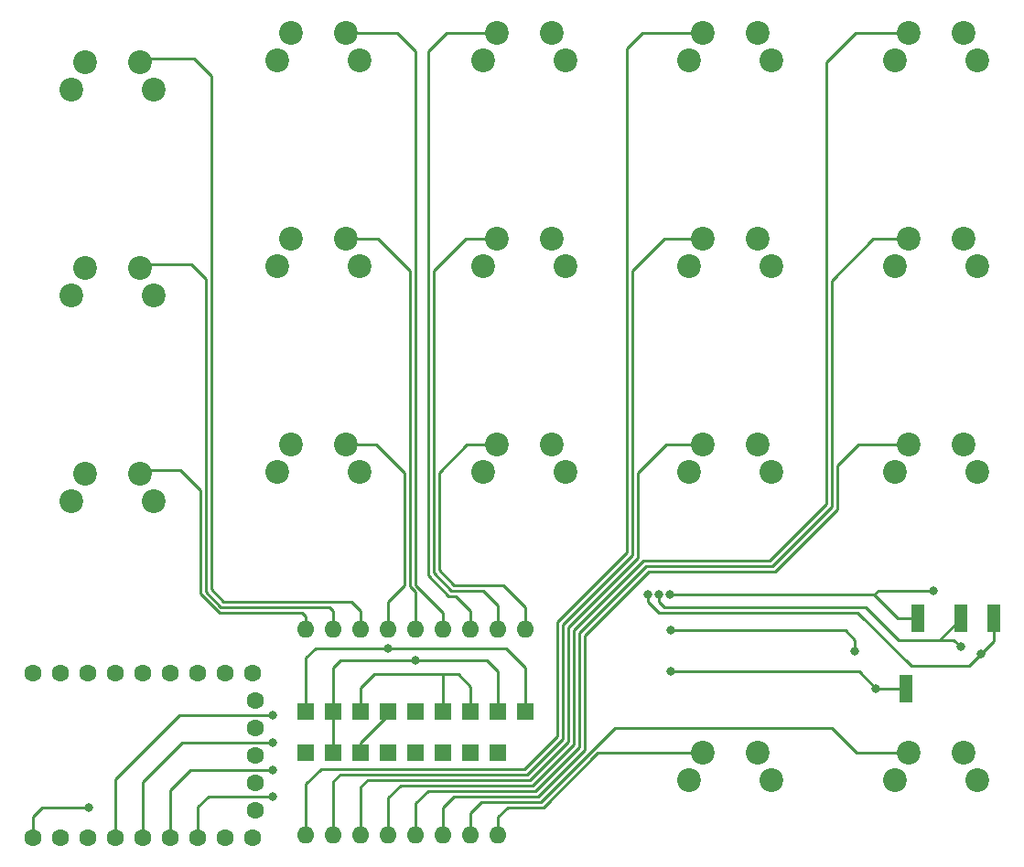
<source format=gbr>
%TF.GenerationSoftware,KiCad,Pcbnew,(6.0.9-0)*%
%TF.CreationDate,2022-12-12T21:53:38+09:00*%
%TF.ProjectId,moonkey,6d6f6f6e-6b65-4792-9e6b-696361645f70,rev?*%
%TF.SameCoordinates,Original*%
%TF.FileFunction,Copper,L2,Bot*%
%TF.FilePolarity,Positive*%
%FSLAX46Y46*%
G04 Gerber Fmt 4.6, Leading zero omitted, Abs format (unit mm)*
G04 Created by KiCad (PCBNEW (6.0.9-0)) date 2022-12-12 21:53:38*
%MOMM*%
%LPD*%
G01*
G04 APERTURE LIST*
%TA.AperFunction,ComponentPad*%
%ADD10R,1.600000X1.600000*%
%TD*%
%TA.AperFunction,ComponentPad*%
%ADD11O,1.600000X1.600000*%
%TD*%
%TA.AperFunction,ComponentPad*%
%ADD12C,2.200000*%
%TD*%
%TA.AperFunction,ComponentPad*%
%ADD13C,1.600000*%
%TD*%
%TA.AperFunction,SMDPad,CuDef*%
%ADD14R,1.200000X2.500000*%
%TD*%
%TA.AperFunction,ViaPad*%
%ADD15C,0.800000*%
%TD*%
%TA.AperFunction,Conductor*%
%ADD16C,0.250000*%
%TD*%
G04 APERTURE END LIST*
D10*
%TO.P,D16,1,K*%
%TO.N,COL2*%
X101981000Y-142494000D03*
D11*
%TO.P,D16,2,A*%
%TO.N,Net-(D16-Pad2)*%
X101981000Y-150114000D03*
%TD*%
D10*
%TO.P,D2,1,K*%
%TO.N,COL1*%
X91821000Y-138684000D03*
D11*
%TO.P,D2,2,A*%
%TO.N,Net-(D2-Pad2)*%
X91821000Y-131064000D03*
%TD*%
D10*
%TO.P,D15,1,K*%
%TO.N,COL1*%
X99441000Y-142494000D03*
D11*
%TO.P,D15,2,A*%
%TO.N,Net-(D15-Pad2)*%
X99441000Y-150114000D03*
%TD*%
D12*
%TO.P,SW15,1,1*%
%TO.N,Net-(D15-Pad2)*%
X150177500Y-94932500D03*
X145097500Y-94932500D03*
%TO.P,SW15,2,2*%
%TO.N,ROW4*%
X143827500Y-97472500D03*
X151447500Y-97472500D03*
%TD*%
D10*
%TO.P,D7,1,K*%
%TO.N,COL0*%
X104521000Y-138684000D03*
D11*
%TO.P,D7,2,A*%
%TO.N,Net-(D7-Pad2)*%
X104521000Y-131064000D03*
%TD*%
D12*
%TO.P,SW12,2,2*%
%TO.N,ROW3*%
X124777500Y-116522500D03*
X132397500Y-116522500D03*
%TO.P,SW12,1,1*%
%TO.N,Net-(D12-Pad2)*%
X131127500Y-113982500D03*
X126047500Y-113982500D03*
%TD*%
D13*
%TO.P,RZ1,1,GP0*%
%TO.N,ROW0*%
X64058750Y-135160000D03*
%TO.P,RZ1,2,GP1*%
%TO.N,ROW1*%
X66598750Y-135160000D03*
%TO.P,RZ1,3,GP2*%
%TO.N,ROW2*%
X69138750Y-135160000D03*
%TO.P,RZ1,4,GP3*%
%TO.N,SPI0_TX*%
X71678750Y-135160000D03*
%TO.P,RZ1,5,GP4*%
%TO.N,SPI0_RX*%
X74218750Y-135160000D03*
%TO.P,RZ1,6,GP5*%
%TO.N,unconnected-(RZ1-Pad6)*%
X76758750Y-135160000D03*
%TO.P,RZ1,7,GP6*%
%TO.N,unconnected-(RZ1-Pad7)*%
X79298750Y-135160000D03*
%TO.P,RZ1,8,GP7*%
%TO.N,unconnected-(RZ1-Pad8)*%
X81838750Y-135160000D03*
%TO.P,RZ1,9,GP8*%
%TO.N,unconnected-(RZ1-Pad9)*%
X84378750Y-135160000D03*
%TO.P,RZ1,10,GP9*%
%TO.N,unconnected-(RZ1-Pad10)*%
X84588750Y-137700000D03*
%TO.P,RZ1,11,GP10*%
%TO.N,unconnected-(RZ1-Pad11)*%
X84588750Y-140240000D03*
%TO.P,RZ1,12,GP11*%
%TO.N,unconnected-(RZ1-Pad12)*%
X84588750Y-142780000D03*
%TO.P,RZ1,13,GP12*%
%TO.N,unconnected-(RZ1-Pad13)*%
X84588750Y-145320000D03*
%TO.P,RZ1,14,GP13*%
%TO.N,unconnected-(RZ1-Pad14)*%
X84588750Y-147860000D03*
%TO.P,RZ1,15,GP14*%
%TO.N,unconnected-(RZ1-Pad15)*%
X84378750Y-150400000D03*
%TO.P,RZ1,16,GP15*%
%TO.N,unconnected-(RZ1-Pad16)*%
X81838750Y-150400000D03*
%TO.P,RZ1,17,GP26*%
%TO.N,COL3*%
X79298750Y-150400000D03*
%TO.P,RZ1,18,GP27*%
%TO.N,COL2*%
X76758750Y-150400000D03*
%TO.P,RZ1,19,GP28*%
%TO.N,COL1*%
X74218750Y-150400000D03*
%TO.P,RZ1,20,GP29*%
%TO.N,COL0*%
X71678750Y-150400000D03*
%TO.P,RZ1,21,3V3*%
%TO.N,unconnected-(RZ1-Pad21)*%
X69138750Y-150400000D03*
%TO.P,RZ1,22,5V*%
%TO.N,+5V*%
X64058750Y-150400000D03*
%TO.P,RZ1,23,GND*%
%TO.N,Earth*%
X66598750Y-150400000D03*
%TD*%
D12*
%TO.P,SW4,1,1*%
%TO.N,Net-(D4-Pad2)*%
X87947500Y-75882500D03*
X93027500Y-75882500D03*
%TO.P,SW4,2,2*%
%TO.N,ROW1*%
X86677500Y-78422500D03*
X94297500Y-78422500D03*
%TD*%
%TO.P,SW13,1,1*%
%TO.N,Net-(D13-Pad2)*%
X131127500Y-142557500D03*
X126047500Y-142557500D03*
%TO.P,SW13,2,2*%
%TO.N,ROW3*%
X132397500Y-145097500D03*
X124777500Y-145097500D03*
%TD*%
D10*
%TO.P,D12,1,K*%
%TO.N,COL2*%
X94361000Y-142494000D03*
D11*
%TO.P,D12,2,A*%
%TO.N,Net-(D12-Pad2)*%
X94361000Y-150114000D03*
%TD*%
D10*
%TO.P,D5,1,K*%
%TO.N,COL1*%
X99441000Y-138684000D03*
D11*
%TO.P,D5,2,A*%
%TO.N,Net-(D5-Pad2)*%
X99441000Y-131064000D03*
%TD*%
D10*
%TO.P,D3,1,K*%
%TO.N,COL2*%
X89281000Y-138684000D03*
D11*
%TO.P,D3,2,A*%
%TO.N,Net-(D3-Pad2)*%
X89281000Y-131064000D03*
%TD*%
D12*
%TO.P,SW11,1,1*%
%TO.N,Net-(D11-Pad2)*%
X126047500Y-94932500D03*
X131127500Y-94932500D03*
%TO.P,SW11,2,2*%
%TO.N,ROW3*%
X124777500Y-97472500D03*
X132397500Y-97472500D03*
%TD*%
%TO.P,SW9,1,1*%
%TO.N,Net-(D9-Pad2)*%
X106997500Y-113982500D03*
X112077500Y-113982500D03*
%TO.P,SW9,2,2*%
%TO.N,ROW2*%
X105727500Y-116522500D03*
X113347500Y-116522500D03*
%TD*%
D10*
%TO.P,D8,1,K*%
%TO.N,COL1*%
X107061000Y-138684000D03*
D11*
%TO.P,D8,2,A*%
%TO.N,Net-(D8-Pad2)*%
X107061000Y-131064000D03*
%TD*%
D10*
%TO.P,D9,1,K*%
%TO.N,COL2*%
X109601000Y-138684000D03*
D11*
%TO.P,D9,2,A*%
%TO.N,Net-(D9-Pad2)*%
X109601000Y-131064000D03*
%TD*%
D12*
%TO.P,SW7,1,1*%
%TO.N,Net-(D7-Pad2)*%
X106997500Y-75882500D03*
X112077500Y-75882500D03*
%TO.P,SW7,2,2*%
%TO.N,ROW2*%
X113347500Y-78422500D03*
X105727500Y-78422500D03*
%TD*%
D10*
%TO.P,D1,1,K*%
%TO.N,COL0*%
X94361000Y-138684000D03*
D11*
%TO.P,D1,2,A*%
%TO.N,Net-(D1-Pad2)*%
X94361000Y-131064000D03*
%TD*%
D12*
%TO.P,SW5,1,1*%
%TO.N,Net-(D5-Pad2)*%
X87947500Y-94932500D03*
X93027500Y-94932500D03*
%TO.P,SW5,2,2*%
%TO.N,ROW1*%
X94297500Y-97472500D03*
X86677500Y-97472500D03*
%TD*%
%TO.P,SW3,2,2*%
%TO.N,ROW0*%
X67627500Y-119221250D03*
X75247500Y-119221250D03*
%TO.P,SW3,1,1*%
%TO.N,Net-(D3-Pad2)*%
X68897500Y-116681250D03*
X73977500Y-116681250D03*
%TD*%
D10*
%TO.P,D17,1,K*%
%TO.N,COL3*%
X104521000Y-142494000D03*
D11*
%TO.P,D17,2,A*%
%TO.N,Net-(D17-Pad2)*%
X104521000Y-150114000D03*
%TD*%
D10*
%TO.P,D4,1,K*%
%TO.N,COL0*%
X101981000Y-138684000D03*
D11*
%TO.P,D4,2,A*%
%TO.N,Net-(D4-Pad2)*%
X101981000Y-131064000D03*
%TD*%
D12*
%TO.P,SW6,1,1*%
%TO.N,Net-(D6-Pad2)*%
X93027500Y-113982500D03*
X87947500Y-113982500D03*
%TO.P,SW6,2,2*%
%TO.N,ROW1*%
X86677500Y-116522500D03*
X94297500Y-116522500D03*
%TD*%
D10*
%TO.P,D6,1,K*%
%TO.N,COL2*%
X96901000Y-138684000D03*
D11*
%TO.P,D6,2,A*%
%TO.N,Net-(D6-Pad2)*%
X96901000Y-131064000D03*
%TD*%
D12*
%TO.P,SW8,1,1*%
%TO.N,Net-(D8-Pad2)*%
X106997500Y-94932500D03*
X112077500Y-94932500D03*
%TO.P,SW8,2,2*%
%TO.N,ROW2*%
X105727500Y-97472500D03*
X113347500Y-97472500D03*
%TD*%
%TO.P,SW10,1,1*%
%TO.N,Net-(D10-Pad2)*%
X126047500Y-75882500D03*
X131127500Y-75882500D03*
%TO.P,SW10,2,2*%
%TO.N,ROW3*%
X124777500Y-78422500D03*
X132397500Y-78422500D03*
%TD*%
%TO.P,SW14,1,1*%
%TO.N,Net-(D14-Pad2)*%
X145097500Y-75882500D03*
X150177500Y-75882500D03*
%TO.P,SW14,2,2*%
%TO.N,ROW4*%
X151447500Y-78422500D03*
X143827500Y-78422500D03*
%TD*%
%TO.P,SW2,2,2*%
%TO.N,ROW0*%
X75247500Y-100171250D03*
X67627500Y-100171250D03*
%TO.P,SW2,1,1*%
%TO.N,Net-(D2-Pad2)*%
X68897500Y-97631250D03*
X73977500Y-97631250D03*
%TD*%
D10*
%TO.P,D14,1,K*%
%TO.N,COL0*%
X96901000Y-142494000D03*
D11*
%TO.P,D14,2,A*%
%TO.N,Net-(D14-Pad2)*%
X96901000Y-150114000D03*
%TD*%
D12*
%TO.P,SW1,2,2*%
%TO.N,ROW0*%
X67627500Y-81121250D03*
X75247500Y-81121250D03*
%TO.P,SW1,1,1*%
%TO.N,Net-(D1-Pad2)*%
X68897500Y-78581250D03*
X73977500Y-78581250D03*
%TD*%
D10*
%TO.P,D10,1,K*%
%TO.N,COL0*%
X89281000Y-142494000D03*
D11*
%TO.P,D10,2,A*%
%TO.N,Net-(D10-Pad2)*%
X89281000Y-150114000D03*
%TD*%
D10*
%TO.P,D11,1,K*%
%TO.N,COL1*%
X91821000Y-142494000D03*
D11*
%TO.P,D11,2,A*%
%TO.N,Net-(D11-Pad2)*%
X91821000Y-150114000D03*
%TD*%
D12*
%TO.P,SW17,1,1*%
%TO.N,Net-(D17-Pad2)*%
X145097500Y-142557500D03*
X150177500Y-142557500D03*
%TO.P,SW17,2,2*%
%TO.N,ROW4*%
X151447500Y-145097500D03*
X143827500Y-145097500D03*
%TD*%
%TO.P,SW16,1,1*%
%TO.N,Net-(D16-Pad2)*%
X150177500Y-113982500D03*
X145097500Y-113982500D03*
%TO.P,SW16,2,2*%
%TO.N,ROW4*%
X151447500Y-116522500D03*
X143827500Y-116522500D03*
%TD*%
D10*
%TO.P,D13,1,K*%
%TO.N,COL3*%
X107061000Y-142494000D03*
D11*
%TO.P,D13,2,A*%
%TO.N,Net-(D13-Pad2)*%
X107061000Y-150114000D03*
%TD*%
D14*
%TO.P,J1,R1*%
%TO.N,SPI0_TX*%
X149908000Y-130100000D03*
%TO.P,J1,R2*%
%TO.N,SPI0_RX*%
X152908000Y-130100000D03*
%TO.P,J1,S*%
%TO.N,+5V*%
X144808000Y-136600000D03*
%TO.P,J1,T*%
%TO.N,Earth*%
X145908000Y-130100000D03*
%TD*%
D15*
%TO.N,COL0*%
X86233000Y-139065000D03*
%TO.N,COL1*%
X86233000Y-141605000D03*
X99441000Y-133985000D03*
%TO.N,COL2*%
X86233000Y-144145000D03*
X96901000Y-132842000D03*
%TO.N,COL3*%
X86233000Y-146558000D03*
%TO.N,SPI0_TX*%
X121936497Y-127889000D03*
X149860000Y-132715000D03*
%TO.N,SPI0_RX*%
X120936994Y-127889000D03*
X151765000Y-133350000D03*
%TO.N,+5V*%
X142061000Y-136600000D03*
X69215000Y-147574000D03*
X123063000Y-135001000D03*
%TO.N,Earth*%
X122936000Y-127889000D03*
X147320000Y-127508000D03*
%TO.N,ROW4*%
X140081000Y-133096000D03*
X123089000Y-131217000D03*
%TD*%
D16*
%TO.N,ROW4*%
X123089000Y-131217000D02*
X139218000Y-131217000D01*
X139218000Y-131217000D02*
X140081000Y-132080000D01*
%TO.N,COL0*%
X94361000Y-136525000D02*
X95631000Y-135255000D01*
X94361000Y-138684000D02*
X94361000Y-136525000D01*
X95631000Y-135255000D02*
X101981000Y-135255000D01*
X86233000Y-139065000D02*
X77597000Y-139065000D01*
X103378000Y-135255000D02*
X104521000Y-136398000D01*
X101981000Y-138684000D02*
X101981000Y-135255000D01*
X77597000Y-139065000D02*
X71678750Y-144983250D01*
X101981000Y-135255000D02*
X103378000Y-135255000D01*
X104521000Y-136398000D02*
X104521000Y-138684000D01*
X71678750Y-144983250D02*
X71678750Y-150400000D01*
%TO.N,Net-(D1-Pad2)*%
X80518000Y-127381000D02*
X80518000Y-79851250D01*
X78930500Y-78263750D02*
X80518000Y-79851250D01*
X93472000Y-128524000D02*
X94361000Y-129413000D01*
X73977500Y-78263750D02*
X78930500Y-78263750D01*
X81661000Y-128524000D02*
X93472000Y-128524000D01*
X94361000Y-129413000D02*
X94361000Y-131064000D01*
X81661000Y-128524000D02*
X80518000Y-127381000D01*
%TO.N,COL1*%
X91821000Y-138684000D02*
X91821000Y-134620000D01*
X91821000Y-134620000D02*
X92456000Y-133985000D01*
X77851000Y-141605000D02*
X74218750Y-145237250D01*
X107061000Y-135001000D02*
X107061000Y-138684000D01*
X74218750Y-145237250D02*
X74218750Y-150400000D01*
X106045000Y-133985000D02*
X107061000Y-135001000D01*
X86233000Y-141605000D02*
X77851000Y-141605000D01*
X92456000Y-133985000D02*
X106045000Y-133985000D01*
X91821000Y-138684000D02*
X91821000Y-142494000D01*
%TO.N,Net-(D2-Pad2)*%
X91821000Y-129413000D02*
X91440000Y-129032000D01*
X80010000Y-127633604D02*
X80010000Y-98647250D01*
X81408396Y-129032000D02*
X80010000Y-127633604D01*
X91440000Y-129032000D02*
X81408396Y-129032000D01*
X78676500Y-97313750D02*
X73977500Y-97313750D01*
X80010000Y-98647250D02*
X78676500Y-97313750D01*
X91821000Y-131064000D02*
X91821000Y-129413000D01*
%TO.N,COL2*%
X89281000Y-138684000D02*
X89281000Y-133731000D01*
X90170000Y-132842000D02*
X107823000Y-132842000D01*
X78613000Y-144145000D02*
X76758750Y-145999250D01*
X96901000Y-139065000D02*
X94361000Y-141605000D01*
X109601000Y-134620000D02*
X109601000Y-138684000D01*
X94361000Y-141605000D02*
X94361000Y-142494000D01*
X96901000Y-138684000D02*
X96901000Y-139065000D01*
X107823000Y-132842000D02*
X109601000Y-134620000D01*
X89281000Y-133731000D02*
X90170000Y-132842000D01*
X76758750Y-145999250D02*
X76758750Y-150400000D01*
X86233000Y-144145000D02*
X78613000Y-144145000D01*
%TO.N,Net-(D3-Pad2)*%
X79502000Y-127762000D02*
X81280000Y-129540000D01*
X88900000Y-129540000D02*
X89281000Y-129921000D01*
X81280000Y-129540000D02*
X88900000Y-129540000D01*
X89281000Y-129921000D02*
X89281000Y-131064000D01*
X77660500Y-116363750D02*
X79502000Y-118205250D01*
X79502000Y-118205250D02*
X79502000Y-127762000D01*
X73977500Y-116363750D02*
X77660500Y-116363750D01*
%TO.N,Net-(D4-Pad2)*%
X99441000Y-77597000D02*
X99441000Y-127000000D01*
X99441000Y-127000000D02*
X101981000Y-129540000D01*
X93027500Y-75882500D02*
X97726500Y-75882500D01*
X101981000Y-129540000D02*
X101981000Y-131064000D01*
X97726500Y-75882500D02*
X99441000Y-77597000D01*
%TO.N,Net-(D5-Pad2)*%
X93027500Y-94932500D02*
X95948500Y-94932500D01*
X98933000Y-97917000D02*
X98933000Y-127128396D01*
X99441000Y-127636396D02*
X99441000Y-131064000D01*
X98933000Y-127128396D02*
X99441000Y-127636396D01*
X95948500Y-94932500D02*
X98933000Y-97917000D01*
%TO.N,Net-(D6-Pad2)*%
X95821500Y-113982500D02*
X98425000Y-116586000D01*
X98425000Y-116586000D02*
X98425000Y-127000000D01*
X98425000Y-127000000D02*
X96901000Y-128524000D01*
X96901000Y-128524000D02*
X96901000Y-131064000D01*
X93027500Y-113982500D02*
X95821500Y-113982500D01*
%TO.N,Net-(D7-Pad2)*%
X102298500Y-75882500D02*
X100584000Y-77597000D01*
X102489000Y-128016000D02*
X103124000Y-128016000D01*
X100584000Y-126111000D02*
X102489000Y-128016000D01*
X100584000Y-77597000D02*
X100584000Y-126111000D01*
X106997500Y-75882500D02*
X102298500Y-75882500D01*
X104521000Y-129413000D02*
X104521000Y-131064000D01*
X103124000Y-128016000D02*
X104521000Y-129413000D01*
%TO.N,Net-(D8-Pad2)*%
X102743000Y-127508000D02*
X105664000Y-127508000D01*
X105664000Y-127508000D02*
X107061000Y-128905000D01*
X107061000Y-128905000D02*
X107061000Y-131064000D01*
X104076500Y-94932500D02*
X101092000Y-97917000D01*
X101092000Y-97917000D02*
X101092000Y-125857000D01*
X106997500Y-94932500D02*
X104076500Y-94932500D01*
X101092000Y-125857000D02*
X102743000Y-127508000D01*
%TO.N,Net-(D9-Pad2)*%
X104203500Y-113982500D02*
X101600000Y-116586000D01*
X106997500Y-113982500D02*
X104203500Y-113982500D01*
X101600000Y-116586000D02*
X101600000Y-125603000D01*
X109601000Y-129032000D02*
X109601000Y-131064000D01*
X107569000Y-127000000D02*
X109601000Y-129032000D01*
X102997000Y-127000000D02*
X107569000Y-127000000D01*
X101600000Y-125603000D02*
X102997000Y-127000000D01*
%TO.N,Net-(D10-Pad2)*%
X118999000Y-123952000D02*
X112522000Y-130429000D01*
X120459500Y-75882500D02*
X118999000Y-77343000D01*
X112522000Y-130429000D02*
X112522000Y-140970000D01*
X109474000Y-144018000D02*
X90678000Y-144018000D01*
X112522000Y-140970000D02*
X109474000Y-144018000D01*
X118999000Y-77343000D02*
X118999000Y-123952000D01*
X90678000Y-144018000D02*
X89281000Y-145415000D01*
X126047500Y-75882500D02*
X120459500Y-75882500D01*
X89281000Y-145415000D02*
X89281000Y-150114000D01*
%TO.N,Net-(D11-Pad2)*%
X126047500Y-94932500D02*
X122491500Y-94932500D01*
X122491500Y-94932500D02*
X119507000Y-97917000D01*
X119507000Y-97917000D02*
X119507000Y-124206000D01*
X109728000Y-144526000D02*
X92456000Y-144526000D01*
X113030000Y-130683000D02*
X113030000Y-141224000D01*
X92456000Y-144526000D02*
X91821000Y-145161000D01*
X91821000Y-145161000D02*
X91821000Y-150114000D01*
X119507000Y-124206000D02*
X113030000Y-130683000D01*
X113030000Y-141224000D02*
X109728000Y-144526000D01*
%TO.N,Net-(D12-Pad2)*%
X120015000Y-116586000D02*
X120015000Y-124460000D01*
X120015000Y-124460000D02*
X113538000Y-130937000D01*
X122618500Y-113982500D02*
X120015000Y-116586000D01*
X94996000Y-145034000D02*
X94361000Y-145669000D01*
X126047500Y-113982500D02*
X122618500Y-113982500D01*
X113538000Y-141478000D02*
X109982000Y-145034000D01*
X113538000Y-130937000D02*
X113538000Y-141478000D01*
X94361000Y-145669000D02*
X94361000Y-150114000D01*
X109982000Y-145034000D02*
X94996000Y-145034000D01*
%TO.N,COL3*%
X86233000Y-146558000D02*
X80264000Y-146558000D01*
X80264000Y-146558000D02*
X79298750Y-147523250D01*
X79298750Y-147523250D02*
X79298750Y-150400000D01*
%TO.N,Net-(D13-Pad2)*%
X111252000Y-147574000D02*
X107950000Y-147574000D01*
X107061000Y-148463000D02*
X107061000Y-150114000D01*
X107950000Y-147574000D02*
X107061000Y-148463000D01*
X116268500Y-142557500D02*
X111252000Y-147574000D01*
X126047500Y-142557500D02*
X116268500Y-142557500D01*
%TO.N,Net-(D14-Pad2)*%
X120523000Y-124714000D02*
X114046000Y-131191000D01*
X137414000Y-78613000D02*
X137414000Y-119507000D01*
X114046000Y-141732000D02*
X110236000Y-145542000D01*
X110236000Y-145542000D02*
X98044000Y-145542000D01*
X114046000Y-131191000D02*
X114046000Y-141732000D01*
X132207000Y-124714000D02*
X120523000Y-124714000D01*
X98044000Y-145542000D02*
X96901000Y-146685000D01*
X137414000Y-119507000D02*
X132207000Y-124714000D01*
X140144500Y-75882500D02*
X137414000Y-78613000D01*
X145097500Y-75882500D02*
X140144500Y-75882500D01*
X96901000Y-146685000D02*
X96901000Y-150114000D01*
%TO.N,Net-(D15-Pad2)*%
X145097500Y-94932500D02*
X141795500Y-94932500D01*
X137922000Y-119761000D02*
X132461000Y-125222000D01*
X99441000Y-147193000D02*
X99441000Y-150114000D01*
X137922000Y-98806000D02*
X137922000Y-119761000D01*
X110490000Y-146050000D02*
X100584000Y-146050000D01*
X114554000Y-141986000D02*
X110490000Y-146050000D01*
X132461000Y-125222000D02*
X120777000Y-125222000D01*
X120777000Y-125222000D02*
X114554000Y-131445000D01*
X141795500Y-94932500D02*
X137922000Y-98806000D01*
X114554000Y-131445000D02*
X114554000Y-141986000D01*
X100584000Y-146050000D02*
X99441000Y-147193000D01*
%TO.N,Net-(D16-Pad2)*%
X138430000Y-115951000D02*
X138430000Y-120015000D01*
X138430000Y-120015000D02*
X132715000Y-125730000D01*
X101981000Y-147574000D02*
X101981000Y-150114000D01*
X132715000Y-125730000D02*
X121031000Y-125730000D01*
X115062000Y-131699000D02*
X115062000Y-142240000D01*
X121031000Y-125730000D02*
X115062000Y-131699000D01*
X110744000Y-146558000D02*
X102997000Y-146558000D01*
X115062000Y-142240000D02*
X110744000Y-146558000D01*
X102997000Y-146558000D02*
X101981000Y-147574000D01*
X140398500Y-113982500D02*
X138430000Y-115951000D01*
X145097500Y-113982500D02*
X140398500Y-113982500D01*
%TO.N,Net-(D17-Pad2)*%
X104521000Y-148082000D02*
X104521000Y-150114000D01*
X137922000Y-140208000D02*
X117856000Y-140208000D01*
X117856000Y-140208000D02*
X110998000Y-147066000D01*
X105537000Y-147066000D02*
X104521000Y-148082000D01*
X145097500Y-142557500D02*
X140271500Y-142557500D01*
X140271500Y-142557500D02*
X137922000Y-140208000D01*
X110998000Y-147066000D02*
X105537000Y-147066000D01*
%TO.N,SPI0_TX*%
X141097000Y-129032000D02*
X144145000Y-132080000D01*
X121920000Y-127905497D02*
X121920000Y-128524000D01*
X149225000Y-132080000D02*
X147928000Y-132080000D01*
X121936497Y-127889000D02*
X121920000Y-127905497D01*
X144145000Y-132080000D02*
X147928000Y-132080000D01*
X122428000Y-129032000D02*
X141097000Y-129032000D01*
X147928000Y-132080000D02*
X149908000Y-130100000D01*
X121920000Y-128524000D02*
X122428000Y-129032000D01*
X149860000Y-132715000D02*
X149225000Y-132080000D01*
%TO.N,SPI0_RX*%
X140335000Y-129540000D02*
X145288000Y-134493000D01*
X120936994Y-127889000D02*
X120936994Y-128556994D01*
X145288000Y-134493000D02*
X150622000Y-134493000D01*
X151765000Y-133350000D02*
X152908000Y-132207000D01*
X152908000Y-132207000D02*
X152908000Y-130100000D01*
X121920000Y-129540000D02*
X140335000Y-129540000D01*
X150622000Y-134493000D02*
X151765000Y-133350000D01*
X120936994Y-128556994D02*
X121920000Y-129540000D01*
%TO.N,+5V*%
X64058750Y-148412250D02*
X64135000Y-148336000D01*
X64058750Y-150400000D02*
X64058750Y-148412250D01*
X64897000Y-147574000D02*
X69215000Y-147574000D01*
X142061000Y-136600000D02*
X140462000Y-135001000D01*
X140462000Y-135001000D02*
X123063000Y-135001000D01*
X64135000Y-148336000D02*
X64897000Y-147574000D01*
X142061000Y-136600000D02*
X144808000Y-136600000D01*
%TO.N,Earth*%
X144070000Y-130100000D02*
X145908000Y-130100000D01*
X141859000Y-127889000D02*
X144070000Y-130100000D01*
X142240000Y-127508000D02*
X141859000Y-127889000D01*
X147320000Y-127508000D02*
X142240000Y-127508000D01*
X122936000Y-127889000D02*
X141859000Y-127889000D01*
%TO.N,ROW4*%
X140081000Y-132080000D02*
X140081000Y-133096000D01*
%TD*%
M02*

</source>
